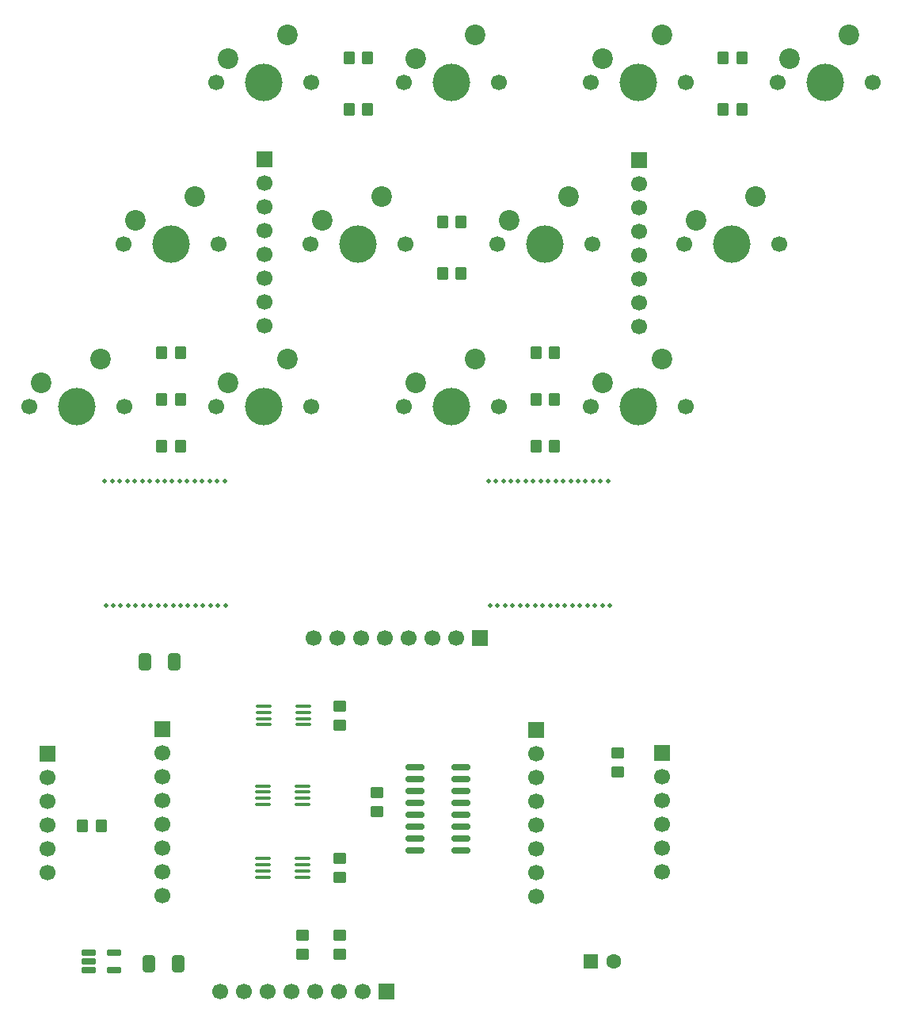
<source format=gbr>
%TF.GenerationSoftware,KiCad,Pcbnew,9.0.3+dfsg-1*%
%TF.CreationDate,2026-02-26T14:57:31+01:00*%
%TF.ProjectId,tastiera_isomorfa,74617374-6965-4726-915f-69736f6d6f72,rev?*%
%TF.SameCoordinates,Original*%
%TF.FileFunction,Soldermask,Top*%
%TF.FilePolarity,Negative*%
%FSLAX46Y46*%
G04 Gerber Fmt 4.6, Leading zero omitted, Abs format (unit mm)*
G04 Created by KiCad (PCBNEW 9.0.3+dfsg-1) date 2026-02-26 14:57:31*
%MOMM*%
%LPD*%
G01*
G04 APERTURE LIST*
G04 Aperture macros list*
%AMRoundRect*
0 Rectangle with rounded corners*
0 $1 Rounding radius*
0 $2 $3 $4 $5 $6 $7 $8 $9 X,Y pos of 4 corners*
0 Add a 4 corners polygon primitive as box body*
4,1,4,$2,$3,$4,$5,$6,$7,$8,$9,$2,$3,0*
0 Add four circle primitives for the rounded corners*
1,1,$1+$1,$2,$3*
1,1,$1+$1,$4,$5*
1,1,$1+$1,$6,$7*
1,1,$1+$1,$8,$9*
0 Add four rect primitives between the rounded corners*
20,1,$1+$1,$2,$3,$4,$5,0*
20,1,$1+$1,$4,$5,$6,$7,0*
20,1,$1+$1,$6,$7,$8,$9,0*
20,1,$1+$1,$8,$9,$2,$3,0*%
G04 Aperture macros list end*
%ADD10C,0.500000*%
%ADD11RoundRect,0.250000X0.450000X-0.350000X0.450000X0.350000X-0.450000X0.350000X-0.450000X-0.350000X0*%
%ADD12RoundRect,0.250000X-0.350000X-0.450000X0.350000X-0.450000X0.350000X0.450000X-0.350000X0.450000X0*%
%ADD13RoundRect,0.250000X0.350000X0.450000X-0.350000X0.450000X-0.350000X-0.450000X0.350000X-0.450000X0*%
%ADD14R,1.700000X1.700000*%
%ADD15C,1.700000*%
%ADD16RoundRect,0.100000X0.712500X0.100000X-0.712500X0.100000X-0.712500X-0.100000X0.712500X-0.100000X0*%
%ADD17RoundRect,0.250000X-0.412500X-0.650000X0.412500X-0.650000X0.412500X0.650000X-0.412500X0.650000X0*%
%ADD18C,4.000000*%
%ADD19C,2.200000*%
%ADD20RoundRect,0.250000X-0.450000X0.350000X-0.450000X-0.350000X0.450000X-0.350000X0.450000X0.350000X0*%
%ADD21RoundRect,0.162500X-0.617500X-0.162500X0.617500X-0.162500X0.617500X0.162500X-0.617500X0.162500X0*%
%ADD22RoundRect,0.100000X-0.712500X-0.100000X0.712500X-0.100000X0.712500X0.100000X-0.712500X0.100000X0*%
%ADD23RoundRect,0.150000X0.825000X0.150000X-0.825000X0.150000X-0.825000X-0.150000X0.825000X-0.150000X0*%
%ADD24RoundRect,0.250000X-0.550000X-0.550000X0.550000X-0.550000X0.550000X0.550000X-0.550000X0.550000X0*%
%ADD25C,1.600000*%
G04 APERTURE END LIST*
D10*
%TO.C,REF\u002A\u002A19*%
X172700000Y-95750000D03*
%TD*%
%TO.C,REF\u002A\u002A14*%
X168700000Y-95750000D03*
%TD*%
%TO.C,REF\u002A\u002A7*%
X163100000Y-95750000D03*
%TD*%
%TO.C,REF\u002A\u002A10*%
X165500000Y-95750000D03*
%TD*%
%TO.C,REF\u002A\u002A3*%
X159900000Y-95750000D03*
%TD*%
%TO.C,REF\u002A\u002A6*%
X162300000Y-95750000D03*
%TD*%
%TO.C,REF\u002A\u002A17*%
X171100000Y-95750000D03*
%TD*%
%TO.C,REF\u002A\u002A16*%
X170300000Y-95750000D03*
%TD*%
%TO.C,REF\u002A\u002A9*%
X164700000Y-95750000D03*
%TD*%
%TO.C,REF\u002A\u002A4*%
X160700000Y-95750000D03*
%TD*%
%TO.C,REF\u002A\u002A8*%
X163900000Y-95750000D03*
%TD*%
%TO.C,REF\u002A\u002A13*%
X167900000Y-95750000D03*
%TD*%
%TO.C,REF\u002A\u002A12*%
X167100000Y-95750000D03*
%TD*%
%TO.C,REF\u002A\u002A11*%
X166300000Y-95750000D03*
%TD*%
%TO.C,REF\u002A\u002A18*%
X171900000Y-95750000D03*
%TD*%
%TO.C,REF\u002A\u002A5*%
X161500000Y-95750000D03*
%TD*%
%TO.C,REF\u002A\u002A15*%
X169500000Y-95750000D03*
%TD*%
%TO.C,REF\u002A\u002A14*%
X169700000Y-109000000D03*
%TD*%
%TO.C,REF\u002A\u002A7*%
X164100000Y-109000000D03*
%TD*%
%TO.C,REF\u002A\u002A10*%
X166500000Y-109000000D03*
%TD*%
%TO.C,REF\u002A\u002A3*%
X160900000Y-109000000D03*
%TD*%
%TO.C,REF\u002A\u002A6*%
X163300000Y-109000000D03*
%TD*%
%TO.C,REF\u002A\u002A17*%
X172100000Y-109000000D03*
%TD*%
%TO.C,REF\u002A\u002A16*%
X171300000Y-109000000D03*
%TD*%
%TO.C,REF\u002A\u002A9*%
X165700000Y-109000000D03*
%TD*%
%TO.C,REF\u002A\u002A4*%
X161700000Y-109000000D03*
%TD*%
%TO.C,REF\u002A\u002A8*%
X164900000Y-109000000D03*
%TD*%
%TO.C,REF\u002A\u002A2*%
X160100000Y-109000000D03*
%TD*%
%TO.C,REF\u002A\u002A13*%
X168900000Y-109000000D03*
%TD*%
%TO.C,REF\u002A\u002A12*%
X168100000Y-109000000D03*
%TD*%
%TO.C,REF\u002A\u002A11*%
X167300000Y-109000000D03*
%TD*%
%TO.C,REF\u002A\u002A18*%
X172900000Y-109000000D03*
%TD*%
%TO.C,REF\u002A\u002A5*%
X162500000Y-109000000D03*
%TD*%
%TO.C,REF\u002A\u002A15*%
X170500000Y-109000000D03*
%TD*%
%TO.C,REF\u002A\u002A19*%
X131700000Y-95750000D03*
%TD*%
%TO.C,REF\u002A\u002A14*%
X127700000Y-95750000D03*
%TD*%
%TO.C,REF\u002A\u002A7*%
X122100000Y-95750000D03*
%TD*%
%TO.C,REF\u002A\u002A10*%
X124500000Y-95750000D03*
%TD*%
%TO.C,REF\u002A\u002A3*%
X118900000Y-95750000D03*
%TD*%
%TO.C,REF\u002A\u002A6*%
X121300000Y-95750000D03*
%TD*%
%TO.C,REF\u002A\u002A17*%
X130100000Y-95750000D03*
%TD*%
%TO.C,REF\u002A\u002A16*%
X129300000Y-95750000D03*
%TD*%
%TO.C,REF\u002A\u002A9*%
X123700000Y-95750000D03*
%TD*%
%TO.C,REF\u002A\u002A4*%
X119700000Y-95750000D03*
%TD*%
%TO.C,REF\u002A\u002A8*%
X122900000Y-95750000D03*
%TD*%
%TO.C,REF\u002A\u002A13*%
X126900000Y-95750000D03*
%TD*%
%TO.C,REF\u002A\u002A12*%
X126100000Y-95750000D03*
%TD*%
%TO.C,REF\u002A\u002A11*%
X125300000Y-95750000D03*
%TD*%
%TO.C,REF\u002A\u002A18*%
X130900000Y-95750000D03*
%TD*%
%TO.C,REF\u002A\u002A5*%
X120500000Y-95750000D03*
%TD*%
%TO.C,REF\u002A\u002A15*%
X128500000Y-95750000D03*
%TD*%
%TO.C,REF\u002A\u002A15*%
X128600000Y-109000000D03*
%TD*%
%TO.C,REF\u002A\u002A5*%
X120600000Y-109000000D03*
%TD*%
%TO.C,REF\u002A\u002A18*%
X131000000Y-109000000D03*
%TD*%
%TO.C,REF\u002A\u002A11*%
X125400000Y-109000000D03*
%TD*%
%TO.C,REF\u002A\u002A12*%
X126200000Y-109000000D03*
%TD*%
%TO.C,REF\u002A\u002A13*%
X127000000Y-109000000D03*
%TD*%
%TO.C,REF\u002A\u002A8*%
X123000000Y-109000000D03*
%TD*%
%TO.C,REF\u002A\u002A4*%
X119800000Y-109000000D03*
%TD*%
%TO.C,REF\u002A\u002A9*%
X123800000Y-109000000D03*
%TD*%
%TO.C,REF\u002A\u002A16*%
X129400000Y-109000000D03*
%TD*%
%TO.C,REF\u002A\u002A17*%
X130200000Y-109000000D03*
%TD*%
%TO.C,REF\u002A\u002A6*%
X121400000Y-109000000D03*
%TD*%
%TO.C,REF\u002A\u002A3*%
X119000000Y-109000000D03*
%TD*%
%TO.C,REF\u002A\u002A10*%
X124600000Y-109000000D03*
%TD*%
%TO.C,REF\u002A\u002A7*%
X122200000Y-109000000D03*
%TD*%
%TO.C,REF\u002A\u002A14*%
X127800000Y-109000000D03*
%TD*%
%TO.C,REF\u002A\u002A19*%
X131800000Y-109000000D03*
%TD*%
D11*
%TO.C,R106*%
X144000000Y-138000000D03*
X144000000Y-136000000D03*
%TD*%
D12*
%TO.C,R124*%
X155000000Y-73500000D03*
X157000000Y-73500000D03*
%TD*%
D13*
%TO.C,R130*%
X167000000Y-82000000D03*
X165000000Y-82000000D03*
%TD*%
%TO.C,R132*%
X167000000Y-87000000D03*
X165000000Y-87000000D03*
%TD*%
D12*
%TO.C,R133*%
X165000000Y-92000000D03*
X167000000Y-92000000D03*
%TD*%
D14*
%TO.C,J101*%
X112790000Y-124800000D03*
D15*
X112790000Y-127340000D03*
X112790000Y-129880000D03*
X112790000Y-132420000D03*
X112790000Y-134960000D03*
X112790000Y-137500000D03*
%TD*%
D16*
%TO.C,U108*%
X140000000Y-130225000D03*
X140000000Y-129575000D03*
X140000000Y-128925000D03*
X140000000Y-128275000D03*
X135775000Y-128275000D03*
X135775000Y-128925000D03*
X135775000Y-129575000D03*
X135775000Y-130225000D03*
%TD*%
D12*
%TO.C,R125*%
X125000000Y-82000000D03*
X127000000Y-82000000D03*
%TD*%
D16*
%TO.C,U106*%
X140000000Y-138000000D03*
X140000000Y-137350000D03*
X140000000Y-136700000D03*
X140000000Y-136050000D03*
X135775000Y-136050000D03*
X135775000Y-136700000D03*
X135775000Y-137350000D03*
X135775000Y-138000000D03*
%TD*%
D13*
%TO.C,R126*%
X127000000Y-87000000D03*
X125000000Y-87000000D03*
%TD*%
D17*
%TO.C,C104*%
X123187500Y-115000000D03*
X126312500Y-115000000D03*
%TD*%
D15*
%TO.C,SW106*%
X110840000Y-87720000D03*
D18*
X115920000Y-87720000D03*
D15*
X121000000Y-87720000D03*
D19*
X118460000Y-82640000D03*
X112110000Y-85180000D03*
%TD*%
D11*
%TO.C,R105*%
X148000000Y-131000000D03*
X148000000Y-129000000D03*
%TD*%
D20*
%TO.C,R109*%
X173750000Y-124750000D03*
X173750000Y-126750000D03*
%TD*%
D15*
%TO.C,SW111*%
X170880000Y-87720000D03*
D18*
X175960000Y-87720000D03*
D15*
X181040000Y-87720000D03*
D19*
X178500000Y-82640000D03*
X172150000Y-85180000D03*
%TD*%
D15*
%TO.C,SW110*%
X160880000Y-70400000D03*
D18*
X165960000Y-70400000D03*
D15*
X171040000Y-70400000D03*
D19*
X168500000Y-65320000D03*
X162150000Y-67860000D03*
%TD*%
D12*
%TO.C,R127*%
X125000000Y-92000000D03*
X127000000Y-92000000D03*
%TD*%
D20*
%TO.C,R107*%
X140000000Y-144250000D03*
X140000000Y-146250000D03*
%TD*%
D15*
%TO.C,SW112*%
X150840000Y-87720000D03*
D18*
X155920000Y-87720000D03*
D15*
X161000000Y-87720000D03*
D19*
X158460000Y-82640000D03*
X152110000Y-85180000D03*
%TD*%
D21*
%TO.C,U105*%
X117150000Y-146050000D03*
X117150000Y-147000000D03*
X117150000Y-147950000D03*
X119850000Y-147950000D03*
X119850000Y-146050000D03*
%TD*%
D22*
%TO.C,U102*%
X135887500Y-119775000D03*
X135887500Y-120425000D03*
X135887500Y-121075000D03*
X135887500Y-121725000D03*
X140112500Y-121725000D03*
X140112500Y-121075000D03*
X140112500Y-120425000D03*
X140112500Y-119775000D03*
%TD*%
D15*
%TO.C,SW105*%
X130840000Y-87720000D03*
D18*
X135920000Y-87720000D03*
D15*
X141000000Y-87720000D03*
D19*
X138460000Y-82640000D03*
X132110000Y-85180000D03*
%TD*%
D14*
%TO.C,J104*%
X178440000Y-124765000D03*
D15*
X178440000Y-127305000D03*
X178440000Y-129845000D03*
X178440000Y-132385000D03*
X178440000Y-134925000D03*
X178440000Y-137465000D03*
%TD*%
%TO.C,SW104*%
X120880000Y-70400000D03*
D18*
X125960000Y-70400000D03*
D15*
X131040000Y-70400000D03*
D19*
X128500000Y-65320000D03*
X122150000Y-67860000D03*
%TD*%
D15*
%TO.C,SW109*%
X180880000Y-70400000D03*
D18*
X185960000Y-70400000D03*
D15*
X191040000Y-70400000D03*
D19*
X188500000Y-65320000D03*
X182150000Y-67860000D03*
%TD*%
D20*
%TO.C,R103*%
X144000000Y-144250000D03*
X144000000Y-146250000D03*
%TD*%
D17*
%TO.C,C103*%
X123625000Y-147250000D03*
X126750000Y-147250000D03*
%TD*%
D14*
%TO.C,J106*%
X125040000Y-122220000D03*
D15*
X125040000Y-124760000D03*
X125040000Y-127300000D03*
X125040000Y-129840000D03*
X125040000Y-132380000D03*
X125040000Y-134920000D03*
X125040000Y-137460000D03*
X125040000Y-140000000D03*
%TD*%
D23*
%TO.C,U103*%
X156975000Y-135195000D03*
X156975000Y-133925000D03*
X156975000Y-132655000D03*
X156975000Y-131385000D03*
X156975000Y-130115000D03*
X156975000Y-128845000D03*
X156975000Y-127575000D03*
X156975000Y-126305000D03*
X152025000Y-126305000D03*
X152025000Y-127575000D03*
X152025000Y-128845000D03*
X152025000Y-130115000D03*
X152025000Y-131385000D03*
X152025000Y-132655000D03*
X152025000Y-133925000D03*
X152025000Y-135195000D03*
%TD*%
D14*
%TO.C,J105*%
X165040000Y-122260000D03*
D15*
X165040000Y-124800000D03*
X165040000Y-127340000D03*
X165040000Y-129880000D03*
X165040000Y-132420000D03*
X165040000Y-134960000D03*
X165040000Y-137500000D03*
X165040000Y-140040000D03*
%TD*%
D24*
%TO.C,C105*%
X170817600Y-147000000D03*
D25*
X173317600Y-147000000D03*
%TD*%
D13*
%TO.C,R102*%
X118500000Y-132500000D03*
X116500000Y-132500000D03*
%TD*%
D20*
%TO.C,R104*%
X144000000Y-119750000D03*
X144000000Y-121750000D03*
%TD*%
D13*
%TO.C,R131*%
X157000000Y-68000000D03*
X155000000Y-68000000D03*
%TD*%
D14*
%TO.C,J102*%
X159040000Y-112500000D03*
D15*
X156500000Y-112500000D03*
X153960000Y-112500000D03*
X151420000Y-112500000D03*
X148880000Y-112500000D03*
X146340000Y-112500000D03*
X143800000Y-112500000D03*
X141260000Y-112500000D03*
%TD*%
%TO.C,SW103*%
X140880000Y-70400000D03*
D18*
X145960000Y-70400000D03*
D15*
X151040000Y-70400000D03*
D19*
X148500000Y-65320000D03*
X142150000Y-67860000D03*
%TD*%
D14*
%TO.C,J103*%
X149040000Y-150250000D03*
D15*
X146500000Y-150250000D03*
X143960000Y-150250000D03*
X141420000Y-150250000D03*
X138880000Y-150250000D03*
X136340000Y-150250000D03*
X133800000Y-150250000D03*
X131260000Y-150250000D03*
%TD*%
D14*
%TO.C,J107*%
X176000000Y-61380000D03*
D15*
X176000000Y-63920000D03*
X176000000Y-66460000D03*
X176000000Y-69000000D03*
X176000000Y-71540000D03*
X176000000Y-74080000D03*
X176000000Y-76620000D03*
X176000000Y-79160000D03*
%TD*%
D14*
%TO.C,J108*%
X136000000Y-61300000D03*
D15*
X136000000Y-63840000D03*
X136000000Y-66380000D03*
X136000000Y-68920000D03*
X136000000Y-71460000D03*
X136000000Y-74000000D03*
X136000000Y-76540000D03*
X136000000Y-79080000D03*
%TD*%
D13*
%TO.C,R128*%
X185000000Y-56000000D03*
X187000000Y-56000000D03*
%TD*%
D19*
%TO.C,SW107*%
X192110000Y-50540000D03*
X198460000Y-48000000D03*
D15*
X201000000Y-53080000D03*
D18*
X195920000Y-53080000D03*
D15*
X190840000Y-53080000D03*
%TD*%
%TO.C,SW102*%
X130840000Y-53080000D03*
D18*
X135920000Y-53080000D03*
D15*
X141000000Y-53080000D03*
D19*
X138460000Y-48000000D03*
X132110000Y-50540000D03*
%TD*%
D12*
%TO.C,R123*%
X147000000Y-56000000D03*
X145000000Y-56000000D03*
%TD*%
D13*
%TO.C,R122*%
X145000000Y-50500000D03*
X147000000Y-50500000D03*
%TD*%
D19*
%TO.C,SW108*%
X172110000Y-50540000D03*
X178460000Y-48000000D03*
D15*
X181000000Y-53080000D03*
D18*
X175920000Y-53080000D03*
D15*
X170840000Y-53080000D03*
%TD*%
D12*
%TO.C,R129*%
X187000000Y-50500000D03*
X185000000Y-50500000D03*
%TD*%
D19*
%TO.C,SW101*%
X152110000Y-50540000D03*
X158460000Y-48000000D03*
D15*
X161000000Y-53080000D03*
D18*
X155920000Y-53080000D03*
D15*
X150840000Y-53080000D03*
%TD*%
M02*

</source>
